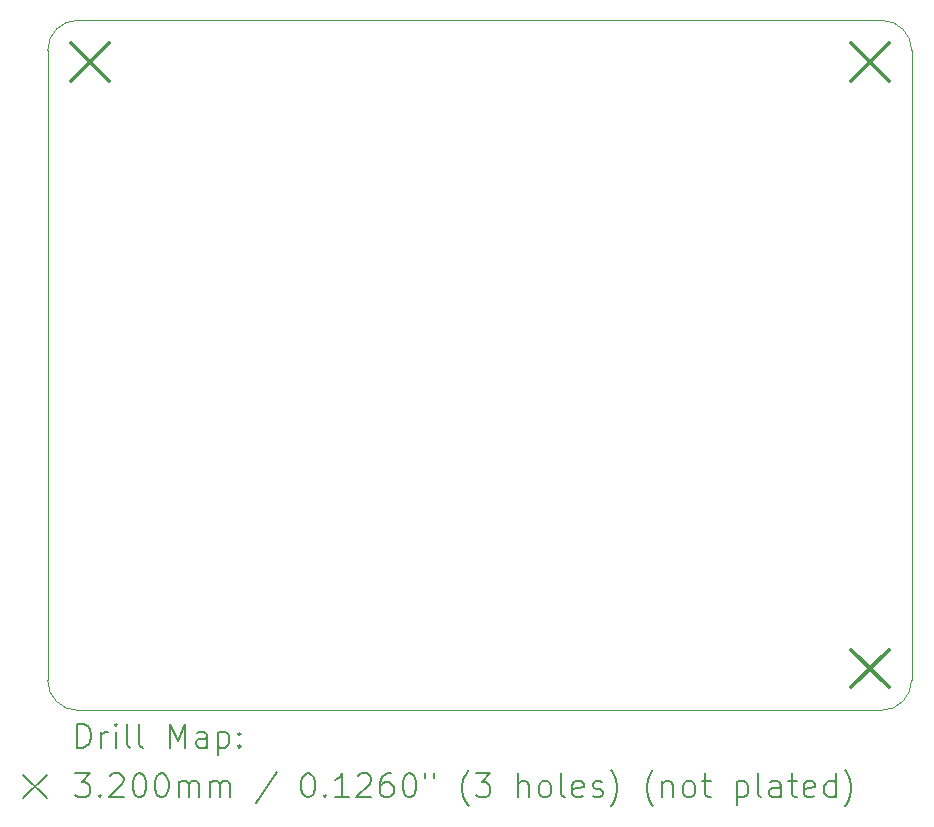
<source format=gbr>
%TF.GenerationSoftware,KiCad,Pcbnew,(6.0.8)*%
%TF.CreationDate,2023-01-23T02:11:04-07:00*%
%TF.ProjectId,PicoIO-THT,5069636f-494f-42d5-9448-542e6b696361,rev?*%
%TF.SameCoordinates,Original*%
%TF.FileFunction,Drillmap*%
%TF.FilePolarity,Positive*%
%FSLAX45Y45*%
G04 Gerber Fmt 4.5, Leading zero omitted, Abs format (unit mm)*
G04 Created by KiCad (PCBNEW (6.0.8)) date 2023-01-23 02:11:04*
%MOMM*%
%LPD*%
G01*
G04 APERTURE LIST*
%ADD10C,0.100000*%
%ADD11C,0.200000*%
%ADD12C,0.320000*%
G04 APERTURE END LIST*
D10*
X10996000Y-12134100D02*
G75*
G03*
X11250000Y-12388100I254000J0D01*
G01*
X18057200Y-12388100D02*
G75*
G03*
X18311200Y-12134100I-10J254010D01*
G01*
X18311200Y-6800100D02*
G75*
G03*
X18057200Y-6546100I-254000J0D01*
G01*
X18311200Y-12134100D02*
X18311200Y-6800100D01*
X10996000Y-6800100D02*
X10996000Y-12134100D01*
X11250000Y-6546100D02*
G75*
G03*
X10996000Y-6800100I0J-254000D01*
G01*
X11250000Y-12388100D02*
X18057200Y-12388100D01*
X11250000Y-6546100D02*
X18057200Y-6546100D01*
D11*
D12*
X11191600Y-6741700D02*
X11511600Y-7061700D01*
X11511600Y-6741700D02*
X11191600Y-7061700D01*
X17795600Y-6741700D02*
X18115600Y-7061700D01*
X18115600Y-6741700D02*
X17795600Y-7061700D01*
X17795600Y-11874305D02*
X18115600Y-12194305D01*
X18115600Y-11874305D02*
X17795600Y-12194305D01*
D11*
X11248619Y-12703576D02*
X11248619Y-12503576D01*
X11296238Y-12503576D01*
X11324809Y-12513100D01*
X11343857Y-12532148D01*
X11353381Y-12551195D01*
X11362905Y-12589290D01*
X11362905Y-12617862D01*
X11353381Y-12655957D01*
X11343857Y-12675005D01*
X11324809Y-12694052D01*
X11296238Y-12703576D01*
X11248619Y-12703576D01*
X11448619Y-12703576D02*
X11448619Y-12570243D01*
X11448619Y-12608338D02*
X11458143Y-12589290D01*
X11467667Y-12579767D01*
X11486714Y-12570243D01*
X11505762Y-12570243D01*
X11572428Y-12703576D02*
X11572428Y-12570243D01*
X11572428Y-12503576D02*
X11562905Y-12513100D01*
X11572428Y-12522624D01*
X11581952Y-12513100D01*
X11572428Y-12503576D01*
X11572428Y-12522624D01*
X11696238Y-12703576D02*
X11677190Y-12694052D01*
X11667667Y-12675005D01*
X11667667Y-12503576D01*
X11801000Y-12703576D02*
X11781952Y-12694052D01*
X11772428Y-12675005D01*
X11772428Y-12503576D01*
X12029571Y-12703576D02*
X12029571Y-12503576D01*
X12096238Y-12646433D01*
X12162905Y-12503576D01*
X12162905Y-12703576D01*
X12343857Y-12703576D02*
X12343857Y-12598814D01*
X12334333Y-12579767D01*
X12315286Y-12570243D01*
X12277190Y-12570243D01*
X12258143Y-12579767D01*
X12343857Y-12694052D02*
X12324809Y-12703576D01*
X12277190Y-12703576D01*
X12258143Y-12694052D01*
X12248619Y-12675005D01*
X12248619Y-12655957D01*
X12258143Y-12636909D01*
X12277190Y-12627386D01*
X12324809Y-12627386D01*
X12343857Y-12617862D01*
X12439095Y-12570243D02*
X12439095Y-12770243D01*
X12439095Y-12579767D02*
X12458143Y-12570243D01*
X12496238Y-12570243D01*
X12515286Y-12579767D01*
X12524809Y-12589290D01*
X12534333Y-12608338D01*
X12534333Y-12665481D01*
X12524809Y-12684528D01*
X12515286Y-12694052D01*
X12496238Y-12703576D01*
X12458143Y-12703576D01*
X12439095Y-12694052D01*
X12620048Y-12684528D02*
X12629571Y-12694052D01*
X12620048Y-12703576D01*
X12610524Y-12694052D01*
X12620048Y-12684528D01*
X12620048Y-12703576D01*
X12620048Y-12579767D02*
X12629571Y-12589290D01*
X12620048Y-12598814D01*
X12610524Y-12589290D01*
X12620048Y-12579767D01*
X12620048Y-12598814D01*
X10791000Y-12933100D02*
X10991000Y-13133100D01*
X10991000Y-12933100D02*
X10791000Y-13133100D01*
X11229571Y-12923576D02*
X11353381Y-12923576D01*
X11286714Y-12999767D01*
X11315286Y-12999767D01*
X11334333Y-13009290D01*
X11343857Y-13018814D01*
X11353381Y-13037862D01*
X11353381Y-13085481D01*
X11343857Y-13104528D01*
X11334333Y-13114052D01*
X11315286Y-13123576D01*
X11258143Y-13123576D01*
X11239095Y-13114052D01*
X11229571Y-13104528D01*
X11439095Y-13104528D02*
X11448619Y-13114052D01*
X11439095Y-13123576D01*
X11429571Y-13114052D01*
X11439095Y-13104528D01*
X11439095Y-13123576D01*
X11524809Y-12942624D02*
X11534333Y-12933100D01*
X11553381Y-12923576D01*
X11601000Y-12923576D01*
X11620048Y-12933100D01*
X11629571Y-12942624D01*
X11639095Y-12961671D01*
X11639095Y-12980719D01*
X11629571Y-13009290D01*
X11515286Y-13123576D01*
X11639095Y-13123576D01*
X11762905Y-12923576D02*
X11781952Y-12923576D01*
X11801000Y-12933100D01*
X11810524Y-12942624D01*
X11820048Y-12961671D01*
X11829571Y-12999767D01*
X11829571Y-13047386D01*
X11820048Y-13085481D01*
X11810524Y-13104528D01*
X11801000Y-13114052D01*
X11781952Y-13123576D01*
X11762905Y-13123576D01*
X11743857Y-13114052D01*
X11734333Y-13104528D01*
X11724809Y-13085481D01*
X11715286Y-13047386D01*
X11715286Y-12999767D01*
X11724809Y-12961671D01*
X11734333Y-12942624D01*
X11743857Y-12933100D01*
X11762905Y-12923576D01*
X11953381Y-12923576D02*
X11972428Y-12923576D01*
X11991476Y-12933100D01*
X12001000Y-12942624D01*
X12010524Y-12961671D01*
X12020048Y-12999767D01*
X12020048Y-13047386D01*
X12010524Y-13085481D01*
X12001000Y-13104528D01*
X11991476Y-13114052D01*
X11972428Y-13123576D01*
X11953381Y-13123576D01*
X11934333Y-13114052D01*
X11924809Y-13104528D01*
X11915286Y-13085481D01*
X11905762Y-13047386D01*
X11905762Y-12999767D01*
X11915286Y-12961671D01*
X11924809Y-12942624D01*
X11934333Y-12933100D01*
X11953381Y-12923576D01*
X12105762Y-13123576D02*
X12105762Y-12990243D01*
X12105762Y-13009290D02*
X12115286Y-12999767D01*
X12134333Y-12990243D01*
X12162905Y-12990243D01*
X12181952Y-12999767D01*
X12191476Y-13018814D01*
X12191476Y-13123576D01*
X12191476Y-13018814D02*
X12201000Y-12999767D01*
X12220048Y-12990243D01*
X12248619Y-12990243D01*
X12267667Y-12999767D01*
X12277190Y-13018814D01*
X12277190Y-13123576D01*
X12372428Y-13123576D02*
X12372428Y-12990243D01*
X12372428Y-13009290D02*
X12381952Y-12999767D01*
X12401000Y-12990243D01*
X12429571Y-12990243D01*
X12448619Y-12999767D01*
X12458143Y-13018814D01*
X12458143Y-13123576D01*
X12458143Y-13018814D02*
X12467667Y-12999767D01*
X12486714Y-12990243D01*
X12515286Y-12990243D01*
X12534333Y-12999767D01*
X12543857Y-13018814D01*
X12543857Y-13123576D01*
X12934333Y-12914052D02*
X12762905Y-13171195D01*
X13191476Y-12923576D02*
X13210524Y-12923576D01*
X13229571Y-12933100D01*
X13239095Y-12942624D01*
X13248619Y-12961671D01*
X13258143Y-12999767D01*
X13258143Y-13047386D01*
X13248619Y-13085481D01*
X13239095Y-13104528D01*
X13229571Y-13114052D01*
X13210524Y-13123576D01*
X13191476Y-13123576D01*
X13172428Y-13114052D01*
X13162905Y-13104528D01*
X13153381Y-13085481D01*
X13143857Y-13047386D01*
X13143857Y-12999767D01*
X13153381Y-12961671D01*
X13162905Y-12942624D01*
X13172428Y-12933100D01*
X13191476Y-12923576D01*
X13343857Y-13104528D02*
X13353381Y-13114052D01*
X13343857Y-13123576D01*
X13334333Y-13114052D01*
X13343857Y-13104528D01*
X13343857Y-13123576D01*
X13543857Y-13123576D02*
X13429571Y-13123576D01*
X13486714Y-13123576D02*
X13486714Y-12923576D01*
X13467667Y-12952148D01*
X13448619Y-12971195D01*
X13429571Y-12980719D01*
X13620048Y-12942624D02*
X13629571Y-12933100D01*
X13648619Y-12923576D01*
X13696238Y-12923576D01*
X13715286Y-12933100D01*
X13724809Y-12942624D01*
X13734333Y-12961671D01*
X13734333Y-12980719D01*
X13724809Y-13009290D01*
X13610524Y-13123576D01*
X13734333Y-13123576D01*
X13905762Y-12923576D02*
X13867667Y-12923576D01*
X13848619Y-12933100D01*
X13839095Y-12942624D01*
X13820048Y-12971195D01*
X13810524Y-13009290D01*
X13810524Y-13085481D01*
X13820048Y-13104528D01*
X13829571Y-13114052D01*
X13848619Y-13123576D01*
X13886714Y-13123576D01*
X13905762Y-13114052D01*
X13915286Y-13104528D01*
X13924809Y-13085481D01*
X13924809Y-13037862D01*
X13915286Y-13018814D01*
X13905762Y-13009290D01*
X13886714Y-12999767D01*
X13848619Y-12999767D01*
X13829571Y-13009290D01*
X13820048Y-13018814D01*
X13810524Y-13037862D01*
X14048619Y-12923576D02*
X14067667Y-12923576D01*
X14086714Y-12933100D01*
X14096238Y-12942624D01*
X14105762Y-12961671D01*
X14115286Y-12999767D01*
X14115286Y-13047386D01*
X14105762Y-13085481D01*
X14096238Y-13104528D01*
X14086714Y-13114052D01*
X14067667Y-13123576D01*
X14048619Y-13123576D01*
X14029571Y-13114052D01*
X14020048Y-13104528D01*
X14010524Y-13085481D01*
X14001000Y-13047386D01*
X14001000Y-12999767D01*
X14010524Y-12961671D01*
X14020048Y-12942624D01*
X14029571Y-12933100D01*
X14048619Y-12923576D01*
X14191476Y-12923576D02*
X14191476Y-12961671D01*
X14267667Y-12923576D02*
X14267667Y-12961671D01*
X14562905Y-13199767D02*
X14553381Y-13190243D01*
X14534333Y-13161671D01*
X14524809Y-13142624D01*
X14515286Y-13114052D01*
X14505762Y-13066433D01*
X14505762Y-13028338D01*
X14515286Y-12980719D01*
X14524809Y-12952148D01*
X14534333Y-12933100D01*
X14553381Y-12904528D01*
X14562905Y-12895005D01*
X14620048Y-12923576D02*
X14743857Y-12923576D01*
X14677190Y-12999767D01*
X14705762Y-12999767D01*
X14724809Y-13009290D01*
X14734333Y-13018814D01*
X14743857Y-13037862D01*
X14743857Y-13085481D01*
X14734333Y-13104528D01*
X14724809Y-13114052D01*
X14705762Y-13123576D01*
X14648619Y-13123576D01*
X14629571Y-13114052D01*
X14620048Y-13104528D01*
X14981952Y-13123576D02*
X14981952Y-12923576D01*
X15067667Y-13123576D02*
X15067667Y-13018814D01*
X15058143Y-12999767D01*
X15039095Y-12990243D01*
X15010524Y-12990243D01*
X14991476Y-12999767D01*
X14981952Y-13009290D01*
X15191476Y-13123576D02*
X15172428Y-13114052D01*
X15162905Y-13104528D01*
X15153381Y-13085481D01*
X15153381Y-13028338D01*
X15162905Y-13009290D01*
X15172428Y-12999767D01*
X15191476Y-12990243D01*
X15220048Y-12990243D01*
X15239095Y-12999767D01*
X15248619Y-13009290D01*
X15258143Y-13028338D01*
X15258143Y-13085481D01*
X15248619Y-13104528D01*
X15239095Y-13114052D01*
X15220048Y-13123576D01*
X15191476Y-13123576D01*
X15372428Y-13123576D02*
X15353381Y-13114052D01*
X15343857Y-13095005D01*
X15343857Y-12923576D01*
X15524809Y-13114052D02*
X15505762Y-13123576D01*
X15467667Y-13123576D01*
X15448619Y-13114052D01*
X15439095Y-13095005D01*
X15439095Y-13018814D01*
X15448619Y-12999767D01*
X15467667Y-12990243D01*
X15505762Y-12990243D01*
X15524809Y-12999767D01*
X15534333Y-13018814D01*
X15534333Y-13037862D01*
X15439095Y-13056909D01*
X15610524Y-13114052D02*
X15629571Y-13123576D01*
X15667667Y-13123576D01*
X15686714Y-13114052D01*
X15696238Y-13095005D01*
X15696238Y-13085481D01*
X15686714Y-13066433D01*
X15667667Y-13056909D01*
X15639095Y-13056909D01*
X15620048Y-13047386D01*
X15610524Y-13028338D01*
X15610524Y-13018814D01*
X15620048Y-12999767D01*
X15639095Y-12990243D01*
X15667667Y-12990243D01*
X15686714Y-12999767D01*
X15762905Y-13199767D02*
X15772428Y-13190243D01*
X15791476Y-13161671D01*
X15801000Y-13142624D01*
X15810524Y-13114052D01*
X15820048Y-13066433D01*
X15820048Y-13028338D01*
X15810524Y-12980719D01*
X15801000Y-12952148D01*
X15791476Y-12933100D01*
X15772428Y-12904528D01*
X15762905Y-12895005D01*
X16124809Y-13199767D02*
X16115286Y-13190243D01*
X16096238Y-13161671D01*
X16086714Y-13142624D01*
X16077190Y-13114052D01*
X16067667Y-13066433D01*
X16067667Y-13028338D01*
X16077190Y-12980719D01*
X16086714Y-12952148D01*
X16096238Y-12933100D01*
X16115286Y-12904528D01*
X16124809Y-12895005D01*
X16201000Y-12990243D02*
X16201000Y-13123576D01*
X16201000Y-13009290D02*
X16210524Y-12999767D01*
X16229571Y-12990243D01*
X16258143Y-12990243D01*
X16277190Y-12999767D01*
X16286714Y-13018814D01*
X16286714Y-13123576D01*
X16410524Y-13123576D02*
X16391476Y-13114052D01*
X16381952Y-13104528D01*
X16372428Y-13085481D01*
X16372428Y-13028338D01*
X16381952Y-13009290D01*
X16391476Y-12999767D01*
X16410524Y-12990243D01*
X16439095Y-12990243D01*
X16458143Y-12999767D01*
X16467667Y-13009290D01*
X16477190Y-13028338D01*
X16477190Y-13085481D01*
X16467667Y-13104528D01*
X16458143Y-13114052D01*
X16439095Y-13123576D01*
X16410524Y-13123576D01*
X16534333Y-12990243D02*
X16610524Y-12990243D01*
X16562905Y-12923576D02*
X16562905Y-13095005D01*
X16572428Y-13114052D01*
X16591476Y-13123576D01*
X16610524Y-13123576D01*
X16829571Y-12990243D02*
X16829571Y-13190243D01*
X16829571Y-12999767D02*
X16848619Y-12990243D01*
X16886714Y-12990243D01*
X16905762Y-12999767D01*
X16915286Y-13009290D01*
X16924810Y-13028338D01*
X16924810Y-13085481D01*
X16915286Y-13104528D01*
X16905762Y-13114052D01*
X16886714Y-13123576D01*
X16848619Y-13123576D01*
X16829571Y-13114052D01*
X17039095Y-13123576D02*
X17020048Y-13114052D01*
X17010524Y-13095005D01*
X17010524Y-12923576D01*
X17201000Y-13123576D02*
X17201000Y-13018814D01*
X17191476Y-12999767D01*
X17172429Y-12990243D01*
X17134333Y-12990243D01*
X17115286Y-12999767D01*
X17201000Y-13114052D02*
X17181952Y-13123576D01*
X17134333Y-13123576D01*
X17115286Y-13114052D01*
X17105762Y-13095005D01*
X17105762Y-13075957D01*
X17115286Y-13056909D01*
X17134333Y-13047386D01*
X17181952Y-13047386D01*
X17201000Y-13037862D01*
X17267667Y-12990243D02*
X17343857Y-12990243D01*
X17296238Y-12923576D02*
X17296238Y-13095005D01*
X17305762Y-13114052D01*
X17324810Y-13123576D01*
X17343857Y-13123576D01*
X17486714Y-13114052D02*
X17467667Y-13123576D01*
X17429571Y-13123576D01*
X17410524Y-13114052D01*
X17401000Y-13095005D01*
X17401000Y-13018814D01*
X17410524Y-12999767D01*
X17429571Y-12990243D01*
X17467667Y-12990243D01*
X17486714Y-12999767D01*
X17496238Y-13018814D01*
X17496238Y-13037862D01*
X17401000Y-13056909D01*
X17667667Y-13123576D02*
X17667667Y-12923576D01*
X17667667Y-13114052D02*
X17648619Y-13123576D01*
X17610524Y-13123576D01*
X17591476Y-13114052D01*
X17581952Y-13104528D01*
X17572429Y-13085481D01*
X17572429Y-13028338D01*
X17581952Y-13009290D01*
X17591476Y-12999767D01*
X17610524Y-12990243D01*
X17648619Y-12990243D01*
X17667667Y-12999767D01*
X17743857Y-13199767D02*
X17753381Y-13190243D01*
X17772429Y-13161671D01*
X17781952Y-13142624D01*
X17791476Y-13114052D01*
X17801000Y-13066433D01*
X17801000Y-13028338D01*
X17791476Y-12980719D01*
X17781952Y-12952148D01*
X17772429Y-12933100D01*
X17753381Y-12904528D01*
X17743857Y-12895005D01*
M02*

</source>
